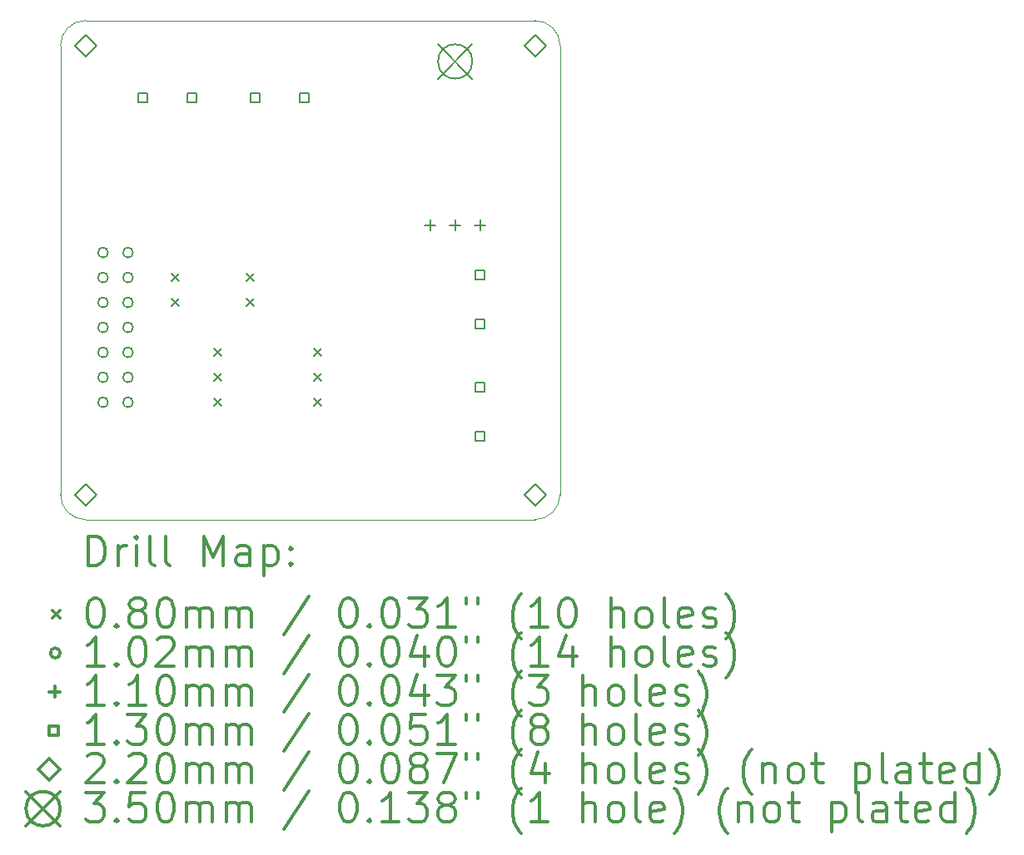
<source format=gbr>
%FSLAX45Y45*%
G04 Gerber Fmt 4.5, Leading zero omitted, Abs format (unit mm)*
G04 Created by KiCad (PCBNEW (5.1.2)-2) date 2019-08-11 20:23:40*
%MOMM*%
%LPD*%
G04 APERTURE LIST*
%ADD10C,0.050000*%
%ADD11C,0.200000*%
%ADD12C,0.300000*%
G04 APERTURE END LIST*
D10*
X11353800Y-4495800D02*
X15925800Y-4495800D01*
X16179800Y-4749800D02*
X16179800Y-9321800D01*
X11099800Y-4749800D02*
X11099800Y-9321800D01*
X11353800Y-9575800D02*
X15925800Y-9575800D01*
X11099800Y-4749800D02*
G75*
G02X11353800Y-4495800I254000J0D01*
G01*
X11353800Y-9575800D02*
G75*
G02X11099800Y-9321800I0J254000D01*
G01*
X16179800Y-9321800D02*
G75*
G02X15925800Y-9575800I-254000J0D01*
G01*
X15925800Y-4495800D02*
G75*
G02X16179800Y-4749800I0J-254000D01*
G01*
D11*
X12228200Y-7072000D02*
X12308200Y-7152000D01*
X12308200Y-7072000D02*
X12228200Y-7152000D01*
X12990200Y-7072000D02*
X13070200Y-7152000D01*
X13070200Y-7072000D02*
X12990200Y-7152000D01*
X12660000Y-7834000D02*
X12740000Y-7914000D01*
X12740000Y-7834000D02*
X12660000Y-7914000D01*
X12660000Y-8088000D02*
X12740000Y-8168000D01*
X12740000Y-8088000D02*
X12660000Y-8168000D01*
X12660000Y-8342000D02*
X12740000Y-8422000D01*
X12740000Y-8342000D02*
X12660000Y-8422000D01*
X13676000Y-7834000D02*
X13756000Y-7914000D01*
X13756000Y-7834000D02*
X13676000Y-7914000D01*
X13676000Y-8088000D02*
X13756000Y-8168000D01*
X13756000Y-8088000D02*
X13676000Y-8168000D01*
X13676000Y-8342000D02*
X13756000Y-8422000D01*
X13756000Y-8342000D02*
X13676000Y-8422000D01*
X12228200Y-7326000D02*
X12308200Y-7406000D01*
X12308200Y-7326000D02*
X12228200Y-7406000D01*
X12990200Y-7326000D02*
X13070200Y-7406000D01*
X13070200Y-7326000D02*
X12990200Y-7406000D01*
X11582400Y-6858000D02*
G75*
G03X11582400Y-6858000I-50800J0D01*
G01*
X11582400Y-7112000D02*
G75*
G03X11582400Y-7112000I-50800J0D01*
G01*
X11582400Y-7366000D02*
G75*
G03X11582400Y-7366000I-50800J0D01*
G01*
X11582400Y-7620000D02*
G75*
G03X11582400Y-7620000I-50800J0D01*
G01*
X11582400Y-7874000D02*
G75*
G03X11582400Y-7874000I-50800J0D01*
G01*
X11582400Y-8128000D02*
G75*
G03X11582400Y-8128000I-50800J0D01*
G01*
X11582400Y-8382000D02*
G75*
G03X11582400Y-8382000I-50800J0D01*
G01*
X11836400Y-6858000D02*
G75*
G03X11836400Y-6858000I-50800J0D01*
G01*
X11836400Y-7112000D02*
G75*
G03X11836400Y-7112000I-50800J0D01*
G01*
X11836400Y-7366000D02*
G75*
G03X11836400Y-7366000I-50800J0D01*
G01*
X11836400Y-7620000D02*
G75*
G03X11836400Y-7620000I-50800J0D01*
G01*
X11836400Y-7874000D02*
G75*
G03X11836400Y-7874000I-50800J0D01*
G01*
X11836400Y-8128000D02*
G75*
G03X11836400Y-8128000I-50800J0D01*
G01*
X11836400Y-8382000D02*
G75*
G03X11836400Y-8382000I-50800J0D01*
G01*
X14859000Y-6523600D02*
X14859000Y-6633600D01*
X14804000Y-6578600D02*
X14914000Y-6578600D01*
X15113000Y-6523600D02*
X15113000Y-6633600D01*
X15058000Y-6578600D02*
X15168000Y-6578600D01*
X15367000Y-6523600D02*
X15367000Y-6633600D01*
X15312000Y-6578600D02*
X15422000Y-6578600D01*
X15412962Y-8275562D02*
X15412962Y-8183638D01*
X15321038Y-8183638D01*
X15321038Y-8275562D01*
X15412962Y-8275562D01*
X15412962Y-8775562D02*
X15412962Y-8683638D01*
X15321038Y-8683638D01*
X15321038Y-8775562D01*
X15412962Y-8775562D01*
X11983962Y-5329162D02*
X11983962Y-5237238D01*
X11892038Y-5237238D01*
X11892038Y-5329162D01*
X11983962Y-5329162D01*
X12483962Y-5329162D02*
X12483962Y-5237238D01*
X12392038Y-5237238D01*
X12392038Y-5329162D01*
X12483962Y-5329162D01*
X15412962Y-7132562D02*
X15412962Y-7040638D01*
X15321038Y-7040638D01*
X15321038Y-7132562D01*
X15412962Y-7132562D01*
X15412962Y-7632562D02*
X15412962Y-7540638D01*
X15321038Y-7540638D01*
X15321038Y-7632562D01*
X15412962Y-7632562D01*
X13126962Y-5329162D02*
X13126962Y-5237238D01*
X13035038Y-5237238D01*
X13035038Y-5329162D01*
X13126962Y-5329162D01*
X13626962Y-5329162D02*
X13626962Y-5237238D01*
X13535038Y-5237238D01*
X13535038Y-5329162D01*
X13626962Y-5329162D01*
X15925800Y-9431800D02*
X16035800Y-9321800D01*
X15925800Y-9211800D01*
X15815800Y-9321800D01*
X15925800Y-9431800D01*
X11353800Y-9431800D02*
X11463800Y-9321800D01*
X11353800Y-9211800D01*
X11243800Y-9321800D01*
X11353800Y-9431800D01*
X15925800Y-4859800D02*
X16035800Y-4749800D01*
X15925800Y-4639800D01*
X15815800Y-4749800D01*
X15925800Y-4859800D01*
X11353800Y-4859800D02*
X11463800Y-4749800D01*
X11353800Y-4639800D01*
X11243800Y-4749800D01*
X11353800Y-4859800D01*
X14938000Y-4737600D02*
X15288000Y-5087600D01*
X15288000Y-4737600D02*
X14938000Y-5087600D01*
X15288000Y-4912600D02*
G75*
G03X15288000Y-4912600I-175000J0D01*
G01*
D12*
X11383728Y-10044014D02*
X11383728Y-9744014D01*
X11455157Y-9744014D01*
X11498014Y-9758300D01*
X11526586Y-9786872D01*
X11540871Y-9815443D01*
X11555157Y-9872586D01*
X11555157Y-9915443D01*
X11540871Y-9972586D01*
X11526586Y-10001157D01*
X11498014Y-10029729D01*
X11455157Y-10044014D01*
X11383728Y-10044014D01*
X11683728Y-10044014D02*
X11683728Y-9844014D01*
X11683728Y-9901157D02*
X11698014Y-9872586D01*
X11712300Y-9858300D01*
X11740871Y-9844014D01*
X11769443Y-9844014D01*
X11869443Y-10044014D02*
X11869443Y-9844014D01*
X11869443Y-9744014D02*
X11855157Y-9758300D01*
X11869443Y-9772586D01*
X11883728Y-9758300D01*
X11869443Y-9744014D01*
X11869443Y-9772586D01*
X12055157Y-10044014D02*
X12026586Y-10029729D01*
X12012300Y-10001157D01*
X12012300Y-9744014D01*
X12212300Y-10044014D02*
X12183728Y-10029729D01*
X12169443Y-10001157D01*
X12169443Y-9744014D01*
X12555157Y-10044014D02*
X12555157Y-9744014D01*
X12655157Y-9958300D01*
X12755157Y-9744014D01*
X12755157Y-10044014D01*
X13026586Y-10044014D02*
X13026586Y-9886872D01*
X13012300Y-9858300D01*
X12983728Y-9844014D01*
X12926586Y-9844014D01*
X12898014Y-9858300D01*
X13026586Y-10029729D02*
X12998014Y-10044014D01*
X12926586Y-10044014D01*
X12898014Y-10029729D01*
X12883728Y-10001157D01*
X12883728Y-9972586D01*
X12898014Y-9944014D01*
X12926586Y-9929729D01*
X12998014Y-9929729D01*
X13026586Y-9915443D01*
X13169443Y-9844014D02*
X13169443Y-10144014D01*
X13169443Y-9858300D02*
X13198014Y-9844014D01*
X13255157Y-9844014D01*
X13283728Y-9858300D01*
X13298014Y-9872586D01*
X13312300Y-9901157D01*
X13312300Y-9986872D01*
X13298014Y-10015443D01*
X13283728Y-10029729D01*
X13255157Y-10044014D01*
X13198014Y-10044014D01*
X13169443Y-10029729D01*
X13440871Y-10015443D02*
X13455157Y-10029729D01*
X13440871Y-10044014D01*
X13426586Y-10029729D01*
X13440871Y-10015443D01*
X13440871Y-10044014D01*
X13440871Y-9858300D02*
X13455157Y-9872586D01*
X13440871Y-9886872D01*
X13426586Y-9872586D01*
X13440871Y-9858300D01*
X13440871Y-9886872D01*
X11017300Y-10498300D02*
X11097300Y-10578300D01*
X11097300Y-10498300D02*
X11017300Y-10578300D01*
X11440871Y-10374014D02*
X11469443Y-10374014D01*
X11498014Y-10388300D01*
X11512300Y-10402586D01*
X11526586Y-10431157D01*
X11540871Y-10488300D01*
X11540871Y-10559729D01*
X11526586Y-10616872D01*
X11512300Y-10645443D01*
X11498014Y-10659729D01*
X11469443Y-10674014D01*
X11440871Y-10674014D01*
X11412300Y-10659729D01*
X11398014Y-10645443D01*
X11383728Y-10616872D01*
X11369443Y-10559729D01*
X11369443Y-10488300D01*
X11383728Y-10431157D01*
X11398014Y-10402586D01*
X11412300Y-10388300D01*
X11440871Y-10374014D01*
X11669443Y-10645443D02*
X11683728Y-10659729D01*
X11669443Y-10674014D01*
X11655157Y-10659729D01*
X11669443Y-10645443D01*
X11669443Y-10674014D01*
X11855157Y-10502586D02*
X11826586Y-10488300D01*
X11812300Y-10474014D01*
X11798014Y-10445443D01*
X11798014Y-10431157D01*
X11812300Y-10402586D01*
X11826586Y-10388300D01*
X11855157Y-10374014D01*
X11912300Y-10374014D01*
X11940871Y-10388300D01*
X11955157Y-10402586D01*
X11969443Y-10431157D01*
X11969443Y-10445443D01*
X11955157Y-10474014D01*
X11940871Y-10488300D01*
X11912300Y-10502586D01*
X11855157Y-10502586D01*
X11826586Y-10516872D01*
X11812300Y-10531157D01*
X11798014Y-10559729D01*
X11798014Y-10616872D01*
X11812300Y-10645443D01*
X11826586Y-10659729D01*
X11855157Y-10674014D01*
X11912300Y-10674014D01*
X11940871Y-10659729D01*
X11955157Y-10645443D01*
X11969443Y-10616872D01*
X11969443Y-10559729D01*
X11955157Y-10531157D01*
X11940871Y-10516872D01*
X11912300Y-10502586D01*
X12155157Y-10374014D02*
X12183728Y-10374014D01*
X12212300Y-10388300D01*
X12226586Y-10402586D01*
X12240871Y-10431157D01*
X12255157Y-10488300D01*
X12255157Y-10559729D01*
X12240871Y-10616872D01*
X12226586Y-10645443D01*
X12212300Y-10659729D01*
X12183728Y-10674014D01*
X12155157Y-10674014D01*
X12126586Y-10659729D01*
X12112300Y-10645443D01*
X12098014Y-10616872D01*
X12083728Y-10559729D01*
X12083728Y-10488300D01*
X12098014Y-10431157D01*
X12112300Y-10402586D01*
X12126586Y-10388300D01*
X12155157Y-10374014D01*
X12383728Y-10674014D02*
X12383728Y-10474014D01*
X12383728Y-10502586D02*
X12398014Y-10488300D01*
X12426586Y-10474014D01*
X12469443Y-10474014D01*
X12498014Y-10488300D01*
X12512300Y-10516872D01*
X12512300Y-10674014D01*
X12512300Y-10516872D02*
X12526586Y-10488300D01*
X12555157Y-10474014D01*
X12598014Y-10474014D01*
X12626586Y-10488300D01*
X12640871Y-10516872D01*
X12640871Y-10674014D01*
X12783728Y-10674014D02*
X12783728Y-10474014D01*
X12783728Y-10502586D02*
X12798014Y-10488300D01*
X12826586Y-10474014D01*
X12869443Y-10474014D01*
X12898014Y-10488300D01*
X12912300Y-10516872D01*
X12912300Y-10674014D01*
X12912300Y-10516872D02*
X12926586Y-10488300D01*
X12955157Y-10474014D01*
X12998014Y-10474014D01*
X13026586Y-10488300D01*
X13040871Y-10516872D01*
X13040871Y-10674014D01*
X13626586Y-10359729D02*
X13369443Y-10745443D01*
X14012300Y-10374014D02*
X14040871Y-10374014D01*
X14069443Y-10388300D01*
X14083728Y-10402586D01*
X14098014Y-10431157D01*
X14112300Y-10488300D01*
X14112300Y-10559729D01*
X14098014Y-10616872D01*
X14083728Y-10645443D01*
X14069443Y-10659729D01*
X14040871Y-10674014D01*
X14012300Y-10674014D01*
X13983728Y-10659729D01*
X13969443Y-10645443D01*
X13955157Y-10616872D01*
X13940871Y-10559729D01*
X13940871Y-10488300D01*
X13955157Y-10431157D01*
X13969443Y-10402586D01*
X13983728Y-10388300D01*
X14012300Y-10374014D01*
X14240871Y-10645443D02*
X14255157Y-10659729D01*
X14240871Y-10674014D01*
X14226586Y-10659729D01*
X14240871Y-10645443D01*
X14240871Y-10674014D01*
X14440871Y-10374014D02*
X14469443Y-10374014D01*
X14498014Y-10388300D01*
X14512300Y-10402586D01*
X14526586Y-10431157D01*
X14540871Y-10488300D01*
X14540871Y-10559729D01*
X14526586Y-10616872D01*
X14512300Y-10645443D01*
X14498014Y-10659729D01*
X14469443Y-10674014D01*
X14440871Y-10674014D01*
X14412300Y-10659729D01*
X14398014Y-10645443D01*
X14383728Y-10616872D01*
X14369443Y-10559729D01*
X14369443Y-10488300D01*
X14383728Y-10431157D01*
X14398014Y-10402586D01*
X14412300Y-10388300D01*
X14440871Y-10374014D01*
X14640871Y-10374014D02*
X14826586Y-10374014D01*
X14726586Y-10488300D01*
X14769443Y-10488300D01*
X14798014Y-10502586D01*
X14812300Y-10516872D01*
X14826586Y-10545443D01*
X14826586Y-10616872D01*
X14812300Y-10645443D01*
X14798014Y-10659729D01*
X14769443Y-10674014D01*
X14683728Y-10674014D01*
X14655157Y-10659729D01*
X14640871Y-10645443D01*
X15112300Y-10674014D02*
X14940871Y-10674014D01*
X15026586Y-10674014D02*
X15026586Y-10374014D01*
X14998014Y-10416872D01*
X14969443Y-10445443D01*
X14940871Y-10459729D01*
X15226586Y-10374014D02*
X15226586Y-10431157D01*
X15340871Y-10374014D02*
X15340871Y-10431157D01*
X15783728Y-10788300D02*
X15769443Y-10774014D01*
X15740871Y-10731157D01*
X15726586Y-10702586D01*
X15712300Y-10659729D01*
X15698014Y-10588300D01*
X15698014Y-10531157D01*
X15712300Y-10459729D01*
X15726586Y-10416872D01*
X15740871Y-10388300D01*
X15769443Y-10345443D01*
X15783728Y-10331157D01*
X16055157Y-10674014D02*
X15883728Y-10674014D01*
X15969443Y-10674014D02*
X15969443Y-10374014D01*
X15940871Y-10416872D01*
X15912300Y-10445443D01*
X15883728Y-10459729D01*
X16240871Y-10374014D02*
X16269443Y-10374014D01*
X16298014Y-10388300D01*
X16312300Y-10402586D01*
X16326586Y-10431157D01*
X16340871Y-10488300D01*
X16340871Y-10559729D01*
X16326586Y-10616872D01*
X16312300Y-10645443D01*
X16298014Y-10659729D01*
X16269443Y-10674014D01*
X16240871Y-10674014D01*
X16212300Y-10659729D01*
X16198014Y-10645443D01*
X16183728Y-10616872D01*
X16169443Y-10559729D01*
X16169443Y-10488300D01*
X16183728Y-10431157D01*
X16198014Y-10402586D01*
X16212300Y-10388300D01*
X16240871Y-10374014D01*
X16698014Y-10674014D02*
X16698014Y-10374014D01*
X16826586Y-10674014D02*
X16826586Y-10516872D01*
X16812300Y-10488300D01*
X16783728Y-10474014D01*
X16740871Y-10474014D01*
X16712300Y-10488300D01*
X16698014Y-10502586D01*
X17012300Y-10674014D02*
X16983728Y-10659729D01*
X16969443Y-10645443D01*
X16955157Y-10616872D01*
X16955157Y-10531157D01*
X16969443Y-10502586D01*
X16983728Y-10488300D01*
X17012300Y-10474014D01*
X17055157Y-10474014D01*
X17083728Y-10488300D01*
X17098014Y-10502586D01*
X17112300Y-10531157D01*
X17112300Y-10616872D01*
X17098014Y-10645443D01*
X17083728Y-10659729D01*
X17055157Y-10674014D01*
X17012300Y-10674014D01*
X17283728Y-10674014D02*
X17255157Y-10659729D01*
X17240871Y-10631157D01*
X17240871Y-10374014D01*
X17512300Y-10659729D02*
X17483728Y-10674014D01*
X17426586Y-10674014D01*
X17398014Y-10659729D01*
X17383728Y-10631157D01*
X17383728Y-10516872D01*
X17398014Y-10488300D01*
X17426586Y-10474014D01*
X17483728Y-10474014D01*
X17512300Y-10488300D01*
X17526586Y-10516872D01*
X17526586Y-10545443D01*
X17383728Y-10574014D01*
X17640871Y-10659729D02*
X17669443Y-10674014D01*
X17726586Y-10674014D01*
X17755157Y-10659729D01*
X17769443Y-10631157D01*
X17769443Y-10616872D01*
X17755157Y-10588300D01*
X17726586Y-10574014D01*
X17683728Y-10574014D01*
X17655157Y-10559729D01*
X17640871Y-10531157D01*
X17640871Y-10516872D01*
X17655157Y-10488300D01*
X17683728Y-10474014D01*
X17726586Y-10474014D01*
X17755157Y-10488300D01*
X17869443Y-10788300D02*
X17883728Y-10774014D01*
X17912300Y-10731157D01*
X17926586Y-10702586D01*
X17940871Y-10659729D01*
X17955157Y-10588300D01*
X17955157Y-10531157D01*
X17940871Y-10459729D01*
X17926586Y-10416872D01*
X17912300Y-10388300D01*
X17883728Y-10345443D01*
X17869443Y-10331157D01*
X11097300Y-10934300D02*
G75*
G03X11097300Y-10934300I-50800J0D01*
G01*
X11540871Y-11070014D02*
X11369443Y-11070014D01*
X11455157Y-11070014D02*
X11455157Y-10770014D01*
X11426586Y-10812872D01*
X11398014Y-10841443D01*
X11369443Y-10855729D01*
X11669443Y-11041443D02*
X11683728Y-11055729D01*
X11669443Y-11070014D01*
X11655157Y-11055729D01*
X11669443Y-11041443D01*
X11669443Y-11070014D01*
X11869443Y-10770014D02*
X11898014Y-10770014D01*
X11926586Y-10784300D01*
X11940871Y-10798586D01*
X11955157Y-10827157D01*
X11969443Y-10884300D01*
X11969443Y-10955729D01*
X11955157Y-11012872D01*
X11940871Y-11041443D01*
X11926586Y-11055729D01*
X11898014Y-11070014D01*
X11869443Y-11070014D01*
X11840871Y-11055729D01*
X11826586Y-11041443D01*
X11812300Y-11012872D01*
X11798014Y-10955729D01*
X11798014Y-10884300D01*
X11812300Y-10827157D01*
X11826586Y-10798586D01*
X11840871Y-10784300D01*
X11869443Y-10770014D01*
X12083728Y-10798586D02*
X12098014Y-10784300D01*
X12126586Y-10770014D01*
X12198014Y-10770014D01*
X12226586Y-10784300D01*
X12240871Y-10798586D01*
X12255157Y-10827157D01*
X12255157Y-10855729D01*
X12240871Y-10898586D01*
X12069443Y-11070014D01*
X12255157Y-11070014D01*
X12383728Y-11070014D02*
X12383728Y-10870014D01*
X12383728Y-10898586D02*
X12398014Y-10884300D01*
X12426586Y-10870014D01*
X12469443Y-10870014D01*
X12498014Y-10884300D01*
X12512300Y-10912872D01*
X12512300Y-11070014D01*
X12512300Y-10912872D02*
X12526586Y-10884300D01*
X12555157Y-10870014D01*
X12598014Y-10870014D01*
X12626586Y-10884300D01*
X12640871Y-10912872D01*
X12640871Y-11070014D01*
X12783728Y-11070014D02*
X12783728Y-10870014D01*
X12783728Y-10898586D02*
X12798014Y-10884300D01*
X12826586Y-10870014D01*
X12869443Y-10870014D01*
X12898014Y-10884300D01*
X12912300Y-10912872D01*
X12912300Y-11070014D01*
X12912300Y-10912872D02*
X12926586Y-10884300D01*
X12955157Y-10870014D01*
X12998014Y-10870014D01*
X13026586Y-10884300D01*
X13040871Y-10912872D01*
X13040871Y-11070014D01*
X13626586Y-10755729D02*
X13369443Y-11141443D01*
X14012300Y-10770014D02*
X14040871Y-10770014D01*
X14069443Y-10784300D01*
X14083728Y-10798586D01*
X14098014Y-10827157D01*
X14112300Y-10884300D01*
X14112300Y-10955729D01*
X14098014Y-11012872D01*
X14083728Y-11041443D01*
X14069443Y-11055729D01*
X14040871Y-11070014D01*
X14012300Y-11070014D01*
X13983728Y-11055729D01*
X13969443Y-11041443D01*
X13955157Y-11012872D01*
X13940871Y-10955729D01*
X13940871Y-10884300D01*
X13955157Y-10827157D01*
X13969443Y-10798586D01*
X13983728Y-10784300D01*
X14012300Y-10770014D01*
X14240871Y-11041443D02*
X14255157Y-11055729D01*
X14240871Y-11070014D01*
X14226586Y-11055729D01*
X14240871Y-11041443D01*
X14240871Y-11070014D01*
X14440871Y-10770014D02*
X14469443Y-10770014D01*
X14498014Y-10784300D01*
X14512300Y-10798586D01*
X14526586Y-10827157D01*
X14540871Y-10884300D01*
X14540871Y-10955729D01*
X14526586Y-11012872D01*
X14512300Y-11041443D01*
X14498014Y-11055729D01*
X14469443Y-11070014D01*
X14440871Y-11070014D01*
X14412300Y-11055729D01*
X14398014Y-11041443D01*
X14383728Y-11012872D01*
X14369443Y-10955729D01*
X14369443Y-10884300D01*
X14383728Y-10827157D01*
X14398014Y-10798586D01*
X14412300Y-10784300D01*
X14440871Y-10770014D01*
X14798014Y-10870014D02*
X14798014Y-11070014D01*
X14726586Y-10755729D02*
X14655157Y-10970014D01*
X14840871Y-10970014D01*
X15012300Y-10770014D02*
X15040871Y-10770014D01*
X15069443Y-10784300D01*
X15083728Y-10798586D01*
X15098014Y-10827157D01*
X15112300Y-10884300D01*
X15112300Y-10955729D01*
X15098014Y-11012872D01*
X15083728Y-11041443D01*
X15069443Y-11055729D01*
X15040871Y-11070014D01*
X15012300Y-11070014D01*
X14983728Y-11055729D01*
X14969443Y-11041443D01*
X14955157Y-11012872D01*
X14940871Y-10955729D01*
X14940871Y-10884300D01*
X14955157Y-10827157D01*
X14969443Y-10798586D01*
X14983728Y-10784300D01*
X15012300Y-10770014D01*
X15226586Y-10770014D02*
X15226586Y-10827157D01*
X15340871Y-10770014D02*
X15340871Y-10827157D01*
X15783728Y-11184300D02*
X15769443Y-11170014D01*
X15740871Y-11127157D01*
X15726586Y-11098586D01*
X15712300Y-11055729D01*
X15698014Y-10984300D01*
X15698014Y-10927157D01*
X15712300Y-10855729D01*
X15726586Y-10812872D01*
X15740871Y-10784300D01*
X15769443Y-10741443D01*
X15783728Y-10727157D01*
X16055157Y-11070014D02*
X15883728Y-11070014D01*
X15969443Y-11070014D02*
X15969443Y-10770014D01*
X15940871Y-10812872D01*
X15912300Y-10841443D01*
X15883728Y-10855729D01*
X16312300Y-10870014D02*
X16312300Y-11070014D01*
X16240871Y-10755729D02*
X16169443Y-10970014D01*
X16355157Y-10970014D01*
X16698014Y-11070014D02*
X16698014Y-10770014D01*
X16826586Y-11070014D02*
X16826586Y-10912872D01*
X16812300Y-10884300D01*
X16783728Y-10870014D01*
X16740871Y-10870014D01*
X16712300Y-10884300D01*
X16698014Y-10898586D01*
X17012300Y-11070014D02*
X16983728Y-11055729D01*
X16969443Y-11041443D01*
X16955157Y-11012872D01*
X16955157Y-10927157D01*
X16969443Y-10898586D01*
X16983728Y-10884300D01*
X17012300Y-10870014D01*
X17055157Y-10870014D01*
X17083728Y-10884300D01*
X17098014Y-10898586D01*
X17112300Y-10927157D01*
X17112300Y-11012872D01*
X17098014Y-11041443D01*
X17083728Y-11055729D01*
X17055157Y-11070014D01*
X17012300Y-11070014D01*
X17283728Y-11070014D02*
X17255157Y-11055729D01*
X17240871Y-11027157D01*
X17240871Y-10770014D01*
X17512300Y-11055729D02*
X17483728Y-11070014D01*
X17426586Y-11070014D01*
X17398014Y-11055729D01*
X17383728Y-11027157D01*
X17383728Y-10912872D01*
X17398014Y-10884300D01*
X17426586Y-10870014D01*
X17483728Y-10870014D01*
X17512300Y-10884300D01*
X17526586Y-10912872D01*
X17526586Y-10941443D01*
X17383728Y-10970014D01*
X17640871Y-11055729D02*
X17669443Y-11070014D01*
X17726586Y-11070014D01*
X17755157Y-11055729D01*
X17769443Y-11027157D01*
X17769443Y-11012872D01*
X17755157Y-10984300D01*
X17726586Y-10970014D01*
X17683728Y-10970014D01*
X17655157Y-10955729D01*
X17640871Y-10927157D01*
X17640871Y-10912872D01*
X17655157Y-10884300D01*
X17683728Y-10870014D01*
X17726586Y-10870014D01*
X17755157Y-10884300D01*
X17869443Y-11184300D02*
X17883728Y-11170014D01*
X17912300Y-11127157D01*
X17926586Y-11098586D01*
X17940871Y-11055729D01*
X17955157Y-10984300D01*
X17955157Y-10927157D01*
X17940871Y-10855729D01*
X17926586Y-10812872D01*
X17912300Y-10784300D01*
X17883728Y-10741443D01*
X17869443Y-10727157D01*
X11042300Y-11275300D02*
X11042300Y-11385300D01*
X10987300Y-11330300D02*
X11097300Y-11330300D01*
X11540871Y-11466014D02*
X11369443Y-11466014D01*
X11455157Y-11466014D02*
X11455157Y-11166014D01*
X11426586Y-11208871D01*
X11398014Y-11237443D01*
X11369443Y-11251729D01*
X11669443Y-11437443D02*
X11683728Y-11451729D01*
X11669443Y-11466014D01*
X11655157Y-11451729D01*
X11669443Y-11437443D01*
X11669443Y-11466014D01*
X11969443Y-11466014D02*
X11798014Y-11466014D01*
X11883728Y-11466014D02*
X11883728Y-11166014D01*
X11855157Y-11208871D01*
X11826586Y-11237443D01*
X11798014Y-11251729D01*
X12155157Y-11166014D02*
X12183728Y-11166014D01*
X12212300Y-11180300D01*
X12226586Y-11194586D01*
X12240871Y-11223157D01*
X12255157Y-11280300D01*
X12255157Y-11351729D01*
X12240871Y-11408871D01*
X12226586Y-11437443D01*
X12212300Y-11451729D01*
X12183728Y-11466014D01*
X12155157Y-11466014D01*
X12126586Y-11451729D01*
X12112300Y-11437443D01*
X12098014Y-11408871D01*
X12083728Y-11351729D01*
X12083728Y-11280300D01*
X12098014Y-11223157D01*
X12112300Y-11194586D01*
X12126586Y-11180300D01*
X12155157Y-11166014D01*
X12383728Y-11466014D02*
X12383728Y-11266014D01*
X12383728Y-11294586D02*
X12398014Y-11280300D01*
X12426586Y-11266014D01*
X12469443Y-11266014D01*
X12498014Y-11280300D01*
X12512300Y-11308871D01*
X12512300Y-11466014D01*
X12512300Y-11308871D02*
X12526586Y-11280300D01*
X12555157Y-11266014D01*
X12598014Y-11266014D01*
X12626586Y-11280300D01*
X12640871Y-11308871D01*
X12640871Y-11466014D01*
X12783728Y-11466014D02*
X12783728Y-11266014D01*
X12783728Y-11294586D02*
X12798014Y-11280300D01*
X12826586Y-11266014D01*
X12869443Y-11266014D01*
X12898014Y-11280300D01*
X12912300Y-11308871D01*
X12912300Y-11466014D01*
X12912300Y-11308871D02*
X12926586Y-11280300D01*
X12955157Y-11266014D01*
X12998014Y-11266014D01*
X13026586Y-11280300D01*
X13040871Y-11308871D01*
X13040871Y-11466014D01*
X13626586Y-11151729D02*
X13369443Y-11537443D01*
X14012300Y-11166014D02*
X14040871Y-11166014D01*
X14069443Y-11180300D01*
X14083728Y-11194586D01*
X14098014Y-11223157D01*
X14112300Y-11280300D01*
X14112300Y-11351729D01*
X14098014Y-11408871D01*
X14083728Y-11437443D01*
X14069443Y-11451729D01*
X14040871Y-11466014D01*
X14012300Y-11466014D01*
X13983728Y-11451729D01*
X13969443Y-11437443D01*
X13955157Y-11408871D01*
X13940871Y-11351729D01*
X13940871Y-11280300D01*
X13955157Y-11223157D01*
X13969443Y-11194586D01*
X13983728Y-11180300D01*
X14012300Y-11166014D01*
X14240871Y-11437443D02*
X14255157Y-11451729D01*
X14240871Y-11466014D01*
X14226586Y-11451729D01*
X14240871Y-11437443D01*
X14240871Y-11466014D01*
X14440871Y-11166014D02*
X14469443Y-11166014D01*
X14498014Y-11180300D01*
X14512300Y-11194586D01*
X14526586Y-11223157D01*
X14540871Y-11280300D01*
X14540871Y-11351729D01*
X14526586Y-11408871D01*
X14512300Y-11437443D01*
X14498014Y-11451729D01*
X14469443Y-11466014D01*
X14440871Y-11466014D01*
X14412300Y-11451729D01*
X14398014Y-11437443D01*
X14383728Y-11408871D01*
X14369443Y-11351729D01*
X14369443Y-11280300D01*
X14383728Y-11223157D01*
X14398014Y-11194586D01*
X14412300Y-11180300D01*
X14440871Y-11166014D01*
X14798014Y-11266014D02*
X14798014Y-11466014D01*
X14726586Y-11151729D02*
X14655157Y-11366014D01*
X14840871Y-11366014D01*
X14926586Y-11166014D02*
X15112300Y-11166014D01*
X15012300Y-11280300D01*
X15055157Y-11280300D01*
X15083728Y-11294586D01*
X15098014Y-11308871D01*
X15112300Y-11337443D01*
X15112300Y-11408871D01*
X15098014Y-11437443D01*
X15083728Y-11451729D01*
X15055157Y-11466014D01*
X14969443Y-11466014D01*
X14940871Y-11451729D01*
X14926586Y-11437443D01*
X15226586Y-11166014D02*
X15226586Y-11223157D01*
X15340871Y-11166014D02*
X15340871Y-11223157D01*
X15783728Y-11580300D02*
X15769443Y-11566014D01*
X15740871Y-11523157D01*
X15726586Y-11494586D01*
X15712300Y-11451729D01*
X15698014Y-11380300D01*
X15698014Y-11323157D01*
X15712300Y-11251729D01*
X15726586Y-11208871D01*
X15740871Y-11180300D01*
X15769443Y-11137443D01*
X15783728Y-11123157D01*
X15869443Y-11166014D02*
X16055157Y-11166014D01*
X15955157Y-11280300D01*
X15998014Y-11280300D01*
X16026586Y-11294586D01*
X16040871Y-11308871D01*
X16055157Y-11337443D01*
X16055157Y-11408871D01*
X16040871Y-11437443D01*
X16026586Y-11451729D01*
X15998014Y-11466014D01*
X15912300Y-11466014D01*
X15883728Y-11451729D01*
X15869443Y-11437443D01*
X16412300Y-11466014D02*
X16412300Y-11166014D01*
X16540871Y-11466014D02*
X16540871Y-11308871D01*
X16526586Y-11280300D01*
X16498014Y-11266014D01*
X16455157Y-11266014D01*
X16426586Y-11280300D01*
X16412300Y-11294586D01*
X16726586Y-11466014D02*
X16698014Y-11451729D01*
X16683728Y-11437443D01*
X16669443Y-11408871D01*
X16669443Y-11323157D01*
X16683728Y-11294586D01*
X16698014Y-11280300D01*
X16726586Y-11266014D01*
X16769443Y-11266014D01*
X16798014Y-11280300D01*
X16812300Y-11294586D01*
X16826586Y-11323157D01*
X16826586Y-11408871D01*
X16812300Y-11437443D01*
X16798014Y-11451729D01*
X16769443Y-11466014D01*
X16726586Y-11466014D01*
X16998014Y-11466014D02*
X16969443Y-11451729D01*
X16955157Y-11423157D01*
X16955157Y-11166014D01*
X17226586Y-11451729D02*
X17198014Y-11466014D01*
X17140871Y-11466014D01*
X17112300Y-11451729D01*
X17098014Y-11423157D01*
X17098014Y-11308871D01*
X17112300Y-11280300D01*
X17140871Y-11266014D01*
X17198014Y-11266014D01*
X17226586Y-11280300D01*
X17240871Y-11308871D01*
X17240871Y-11337443D01*
X17098014Y-11366014D01*
X17355157Y-11451729D02*
X17383728Y-11466014D01*
X17440871Y-11466014D01*
X17469443Y-11451729D01*
X17483728Y-11423157D01*
X17483728Y-11408871D01*
X17469443Y-11380300D01*
X17440871Y-11366014D01*
X17398014Y-11366014D01*
X17369443Y-11351729D01*
X17355157Y-11323157D01*
X17355157Y-11308871D01*
X17369443Y-11280300D01*
X17398014Y-11266014D01*
X17440871Y-11266014D01*
X17469443Y-11280300D01*
X17583728Y-11580300D02*
X17598014Y-11566014D01*
X17626586Y-11523157D01*
X17640871Y-11494586D01*
X17655157Y-11451729D01*
X17669443Y-11380300D01*
X17669443Y-11323157D01*
X17655157Y-11251729D01*
X17640871Y-11208871D01*
X17626586Y-11180300D01*
X17598014Y-11137443D01*
X17583728Y-11123157D01*
X11078262Y-11772262D02*
X11078262Y-11680338D01*
X10986338Y-11680338D01*
X10986338Y-11772262D01*
X11078262Y-11772262D01*
X11540871Y-11862014D02*
X11369443Y-11862014D01*
X11455157Y-11862014D02*
X11455157Y-11562014D01*
X11426586Y-11604871D01*
X11398014Y-11633443D01*
X11369443Y-11647729D01*
X11669443Y-11833443D02*
X11683728Y-11847729D01*
X11669443Y-11862014D01*
X11655157Y-11847729D01*
X11669443Y-11833443D01*
X11669443Y-11862014D01*
X11783728Y-11562014D02*
X11969443Y-11562014D01*
X11869443Y-11676300D01*
X11912300Y-11676300D01*
X11940871Y-11690586D01*
X11955157Y-11704871D01*
X11969443Y-11733443D01*
X11969443Y-11804871D01*
X11955157Y-11833443D01*
X11940871Y-11847729D01*
X11912300Y-11862014D01*
X11826586Y-11862014D01*
X11798014Y-11847729D01*
X11783728Y-11833443D01*
X12155157Y-11562014D02*
X12183728Y-11562014D01*
X12212300Y-11576300D01*
X12226586Y-11590586D01*
X12240871Y-11619157D01*
X12255157Y-11676300D01*
X12255157Y-11747729D01*
X12240871Y-11804871D01*
X12226586Y-11833443D01*
X12212300Y-11847729D01*
X12183728Y-11862014D01*
X12155157Y-11862014D01*
X12126586Y-11847729D01*
X12112300Y-11833443D01*
X12098014Y-11804871D01*
X12083728Y-11747729D01*
X12083728Y-11676300D01*
X12098014Y-11619157D01*
X12112300Y-11590586D01*
X12126586Y-11576300D01*
X12155157Y-11562014D01*
X12383728Y-11862014D02*
X12383728Y-11662014D01*
X12383728Y-11690586D02*
X12398014Y-11676300D01*
X12426586Y-11662014D01*
X12469443Y-11662014D01*
X12498014Y-11676300D01*
X12512300Y-11704871D01*
X12512300Y-11862014D01*
X12512300Y-11704871D02*
X12526586Y-11676300D01*
X12555157Y-11662014D01*
X12598014Y-11662014D01*
X12626586Y-11676300D01*
X12640871Y-11704871D01*
X12640871Y-11862014D01*
X12783728Y-11862014D02*
X12783728Y-11662014D01*
X12783728Y-11690586D02*
X12798014Y-11676300D01*
X12826586Y-11662014D01*
X12869443Y-11662014D01*
X12898014Y-11676300D01*
X12912300Y-11704871D01*
X12912300Y-11862014D01*
X12912300Y-11704871D02*
X12926586Y-11676300D01*
X12955157Y-11662014D01*
X12998014Y-11662014D01*
X13026586Y-11676300D01*
X13040871Y-11704871D01*
X13040871Y-11862014D01*
X13626586Y-11547729D02*
X13369443Y-11933443D01*
X14012300Y-11562014D02*
X14040871Y-11562014D01*
X14069443Y-11576300D01*
X14083728Y-11590586D01*
X14098014Y-11619157D01*
X14112300Y-11676300D01*
X14112300Y-11747729D01*
X14098014Y-11804871D01*
X14083728Y-11833443D01*
X14069443Y-11847729D01*
X14040871Y-11862014D01*
X14012300Y-11862014D01*
X13983728Y-11847729D01*
X13969443Y-11833443D01*
X13955157Y-11804871D01*
X13940871Y-11747729D01*
X13940871Y-11676300D01*
X13955157Y-11619157D01*
X13969443Y-11590586D01*
X13983728Y-11576300D01*
X14012300Y-11562014D01*
X14240871Y-11833443D02*
X14255157Y-11847729D01*
X14240871Y-11862014D01*
X14226586Y-11847729D01*
X14240871Y-11833443D01*
X14240871Y-11862014D01*
X14440871Y-11562014D02*
X14469443Y-11562014D01*
X14498014Y-11576300D01*
X14512300Y-11590586D01*
X14526586Y-11619157D01*
X14540871Y-11676300D01*
X14540871Y-11747729D01*
X14526586Y-11804871D01*
X14512300Y-11833443D01*
X14498014Y-11847729D01*
X14469443Y-11862014D01*
X14440871Y-11862014D01*
X14412300Y-11847729D01*
X14398014Y-11833443D01*
X14383728Y-11804871D01*
X14369443Y-11747729D01*
X14369443Y-11676300D01*
X14383728Y-11619157D01*
X14398014Y-11590586D01*
X14412300Y-11576300D01*
X14440871Y-11562014D01*
X14812300Y-11562014D02*
X14669443Y-11562014D01*
X14655157Y-11704871D01*
X14669443Y-11690586D01*
X14698014Y-11676300D01*
X14769443Y-11676300D01*
X14798014Y-11690586D01*
X14812300Y-11704871D01*
X14826586Y-11733443D01*
X14826586Y-11804871D01*
X14812300Y-11833443D01*
X14798014Y-11847729D01*
X14769443Y-11862014D01*
X14698014Y-11862014D01*
X14669443Y-11847729D01*
X14655157Y-11833443D01*
X15112300Y-11862014D02*
X14940871Y-11862014D01*
X15026586Y-11862014D02*
X15026586Y-11562014D01*
X14998014Y-11604871D01*
X14969443Y-11633443D01*
X14940871Y-11647729D01*
X15226586Y-11562014D02*
X15226586Y-11619157D01*
X15340871Y-11562014D02*
X15340871Y-11619157D01*
X15783728Y-11976300D02*
X15769443Y-11962014D01*
X15740871Y-11919157D01*
X15726586Y-11890586D01*
X15712300Y-11847729D01*
X15698014Y-11776300D01*
X15698014Y-11719157D01*
X15712300Y-11647729D01*
X15726586Y-11604871D01*
X15740871Y-11576300D01*
X15769443Y-11533443D01*
X15783728Y-11519157D01*
X15940871Y-11690586D02*
X15912300Y-11676300D01*
X15898014Y-11662014D01*
X15883728Y-11633443D01*
X15883728Y-11619157D01*
X15898014Y-11590586D01*
X15912300Y-11576300D01*
X15940871Y-11562014D01*
X15998014Y-11562014D01*
X16026586Y-11576300D01*
X16040871Y-11590586D01*
X16055157Y-11619157D01*
X16055157Y-11633443D01*
X16040871Y-11662014D01*
X16026586Y-11676300D01*
X15998014Y-11690586D01*
X15940871Y-11690586D01*
X15912300Y-11704871D01*
X15898014Y-11719157D01*
X15883728Y-11747729D01*
X15883728Y-11804871D01*
X15898014Y-11833443D01*
X15912300Y-11847729D01*
X15940871Y-11862014D01*
X15998014Y-11862014D01*
X16026586Y-11847729D01*
X16040871Y-11833443D01*
X16055157Y-11804871D01*
X16055157Y-11747729D01*
X16040871Y-11719157D01*
X16026586Y-11704871D01*
X15998014Y-11690586D01*
X16412300Y-11862014D02*
X16412300Y-11562014D01*
X16540871Y-11862014D02*
X16540871Y-11704871D01*
X16526586Y-11676300D01*
X16498014Y-11662014D01*
X16455157Y-11662014D01*
X16426586Y-11676300D01*
X16412300Y-11690586D01*
X16726586Y-11862014D02*
X16698014Y-11847729D01*
X16683728Y-11833443D01*
X16669443Y-11804871D01*
X16669443Y-11719157D01*
X16683728Y-11690586D01*
X16698014Y-11676300D01*
X16726586Y-11662014D01*
X16769443Y-11662014D01*
X16798014Y-11676300D01*
X16812300Y-11690586D01*
X16826586Y-11719157D01*
X16826586Y-11804871D01*
X16812300Y-11833443D01*
X16798014Y-11847729D01*
X16769443Y-11862014D01*
X16726586Y-11862014D01*
X16998014Y-11862014D02*
X16969443Y-11847729D01*
X16955157Y-11819157D01*
X16955157Y-11562014D01*
X17226586Y-11847729D02*
X17198014Y-11862014D01*
X17140871Y-11862014D01*
X17112300Y-11847729D01*
X17098014Y-11819157D01*
X17098014Y-11704871D01*
X17112300Y-11676300D01*
X17140871Y-11662014D01*
X17198014Y-11662014D01*
X17226586Y-11676300D01*
X17240871Y-11704871D01*
X17240871Y-11733443D01*
X17098014Y-11762014D01*
X17355157Y-11847729D02*
X17383728Y-11862014D01*
X17440871Y-11862014D01*
X17469443Y-11847729D01*
X17483728Y-11819157D01*
X17483728Y-11804871D01*
X17469443Y-11776300D01*
X17440871Y-11762014D01*
X17398014Y-11762014D01*
X17369443Y-11747729D01*
X17355157Y-11719157D01*
X17355157Y-11704871D01*
X17369443Y-11676300D01*
X17398014Y-11662014D01*
X17440871Y-11662014D01*
X17469443Y-11676300D01*
X17583728Y-11976300D02*
X17598014Y-11962014D01*
X17626586Y-11919157D01*
X17640871Y-11890586D01*
X17655157Y-11847729D01*
X17669443Y-11776300D01*
X17669443Y-11719157D01*
X17655157Y-11647729D01*
X17640871Y-11604871D01*
X17626586Y-11576300D01*
X17598014Y-11533443D01*
X17583728Y-11519157D01*
X10987300Y-12232300D02*
X11097300Y-12122300D01*
X10987300Y-12012300D01*
X10877300Y-12122300D01*
X10987300Y-12232300D01*
X11369443Y-11986586D02*
X11383728Y-11972300D01*
X11412300Y-11958014D01*
X11483728Y-11958014D01*
X11512300Y-11972300D01*
X11526586Y-11986586D01*
X11540871Y-12015157D01*
X11540871Y-12043729D01*
X11526586Y-12086586D01*
X11355157Y-12258014D01*
X11540871Y-12258014D01*
X11669443Y-12229443D02*
X11683728Y-12243729D01*
X11669443Y-12258014D01*
X11655157Y-12243729D01*
X11669443Y-12229443D01*
X11669443Y-12258014D01*
X11798014Y-11986586D02*
X11812300Y-11972300D01*
X11840871Y-11958014D01*
X11912300Y-11958014D01*
X11940871Y-11972300D01*
X11955157Y-11986586D01*
X11969443Y-12015157D01*
X11969443Y-12043729D01*
X11955157Y-12086586D01*
X11783728Y-12258014D01*
X11969443Y-12258014D01*
X12155157Y-11958014D02*
X12183728Y-11958014D01*
X12212300Y-11972300D01*
X12226586Y-11986586D01*
X12240871Y-12015157D01*
X12255157Y-12072300D01*
X12255157Y-12143729D01*
X12240871Y-12200871D01*
X12226586Y-12229443D01*
X12212300Y-12243729D01*
X12183728Y-12258014D01*
X12155157Y-12258014D01*
X12126586Y-12243729D01*
X12112300Y-12229443D01*
X12098014Y-12200871D01*
X12083728Y-12143729D01*
X12083728Y-12072300D01*
X12098014Y-12015157D01*
X12112300Y-11986586D01*
X12126586Y-11972300D01*
X12155157Y-11958014D01*
X12383728Y-12258014D02*
X12383728Y-12058014D01*
X12383728Y-12086586D02*
X12398014Y-12072300D01*
X12426586Y-12058014D01*
X12469443Y-12058014D01*
X12498014Y-12072300D01*
X12512300Y-12100871D01*
X12512300Y-12258014D01*
X12512300Y-12100871D02*
X12526586Y-12072300D01*
X12555157Y-12058014D01*
X12598014Y-12058014D01*
X12626586Y-12072300D01*
X12640871Y-12100871D01*
X12640871Y-12258014D01*
X12783728Y-12258014D02*
X12783728Y-12058014D01*
X12783728Y-12086586D02*
X12798014Y-12072300D01*
X12826586Y-12058014D01*
X12869443Y-12058014D01*
X12898014Y-12072300D01*
X12912300Y-12100871D01*
X12912300Y-12258014D01*
X12912300Y-12100871D02*
X12926586Y-12072300D01*
X12955157Y-12058014D01*
X12998014Y-12058014D01*
X13026586Y-12072300D01*
X13040871Y-12100871D01*
X13040871Y-12258014D01*
X13626586Y-11943729D02*
X13369443Y-12329443D01*
X14012300Y-11958014D02*
X14040871Y-11958014D01*
X14069443Y-11972300D01*
X14083728Y-11986586D01*
X14098014Y-12015157D01*
X14112300Y-12072300D01*
X14112300Y-12143729D01*
X14098014Y-12200871D01*
X14083728Y-12229443D01*
X14069443Y-12243729D01*
X14040871Y-12258014D01*
X14012300Y-12258014D01*
X13983728Y-12243729D01*
X13969443Y-12229443D01*
X13955157Y-12200871D01*
X13940871Y-12143729D01*
X13940871Y-12072300D01*
X13955157Y-12015157D01*
X13969443Y-11986586D01*
X13983728Y-11972300D01*
X14012300Y-11958014D01*
X14240871Y-12229443D02*
X14255157Y-12243729D01*
X14240871Y-12258014D01*
X14226586Y-12243729D01*
X14240871Y-12229443D01*
X14240871Y-12258014D01*
X14440871Y-11958014D02*
X14469443Y-11958014D01*
X14498014Y-11972300D01*
X14512300Y-11986586D01*
X14526586Y-12015157D01*
X14540871Y-12072300D01*
X14540871Y-12143729D01*
X14526586Y-12200871D01*
X14512300Y-12229443D01*
X14498014Y-12243729D01*
X14469443Y-12258014D01*
X14440871Y-12258014D01*
X14412300Y-12243729D01*
X14398014Y-12229443D01*
X14383728Y-12200871D01*
X14369443Y-12143729D01*
X14369443Y-12072300D01*
X14383728Y-12015157D01*
X14398014Y-11986586D01*
X14412300Y-11972300D01*
X14440871Y-11958014D01*
X14712300Y-12086586D02*
X14683728Y-12072300D01*
X14669443Y-12058014D01*
X14655157Y-12029443D01*
X14655157Y-12015157D01*
X14669443Y-11986586D01*
X14683728Y-11972300D01*
X14712300Y-11958014D01*
X14769443Y-11958014D01*
X14798014Y-11972300D01*
X14812300Y-11986586D01*
X14826586Y-12015157D01*
X14826586Y-12029443D01*
X14812300Y-12058014D01*
X14798014Y-12072300D01*
X14769443Y-12086586D01*
X14712300Y-12086586D01*
X14683728Y-12100871D01*
X14669443Y-12115157D01*
X14655157Y-12143729D01*
X14655157Y-12200871D01*
X14669443Y-12229443D01*
X14683728Y-12243729D01*
X14712300Y-12258014D01*
X14769443Y-12258014D01*
X14798014Y-12243729D01*
X14812300Y-12229443D01*
X14826586Y-12200871D01*
X14826586Y-12143729D01*
X14812300Y-12115157D01*
X14798014Y-12100871D01*
X14769443Y-12086586D01*
X14926586Y-11958014D02*
X15126586Y-11958014D01*
X14998014Y-12258014D01*
X15226586Y-11958014D02*
X15226586Y-12015157D01*
X15340871Y-11958014D02*
X15340871Y-12015157D01*
X15783728Y-12372300D02*
X15769443Y-12358014D01*
X15740871Y-12315157D01*
X15726586Y-12286586D01*
X15712300Y-12243729D01*
X15698014Y-12172300D01*
X15698014Y-12115157D01*
X15712300Y-12043729D01*
X15726586Y-12000871D01*
X15740871Y-11972300D01*
X15769443Y-11929443D01*
X15783728Y-11915157D01*
X16026586Y-12058014D02*
X16026586Y-12258014D01*
X15955157Y-11943729D02*
X15883728Y-12158014D01*
X16069443Y-12158014D01*
X16412300Y-12258014D02*
X16412300Y-11958014D01*
X16540871Y-12258014D02*
X16540871Y-12100871D01*
X16526586Y-12072300D01*
X16498014Y-12058014D01*
X16455157Y-12058014D01*
X16426586Y-12072300D01*
X16412300Y-12086586D01*
X16726586Y-12258014D02*
X16698014Y-12243729D01*
X16683728Y-12229443D01*
X16669443Y-12200871D01*
X16669443Y-12115157D01*
X16683728Y-12086586D01*
X16698014Y-12072300D01*
X16726586Y-12058014D01*
X16769443Y-12058014D01*
X16798014Y-12072300D01*
X16812300Y-12086586D01*
X16826586Y-12115157D01*
X16826586Y-12200871D01*
X16812300Y-12229443D01*
X16798014Y-12243729D01*
X16769443Y-12258014D01*
X16726586Y-12258014D01*
X16998014Y-12258014D02*
X16969443Y-12243729D01*
X16955157Y-12215157D01*
X16955157Y-11958014D01*
X17226586Y-12243729D02*
X17198014Y-12258014D01*
X17140871Y-12258014D01*
X17112300Y-12243729D01*
X17098014Y-12215157D01*
X17098014Y-12100871D01*
X17112300Y-12072300D01*
X17140871Y-12058014D01*
X17198014Y-12058014D01*
X17226586Y-12072300D01*
X17240871Y-12100871D01*
X17240871Y-12129443D01*
X17098014Y-12158014D01*
X17355157Y-12243729D02*
X17383728Y-12258014D01*
X17440871Y-12258014D01*
X17469443Y-12243729D01*
X17483728Y-12215157D01*
X17483728Y-12200871D01*
X17469443Y-12172300D01*
X17440871Y-12158014D01*
X17398014Y-12158014D01*
X17369443Y-12143729D01*
X17355157Y-12115157D01*
X17355157Y-12100871D01*
X17369443Y-12072300D01*
X17398014Y-12058014D01*
X17440871Y-12058014D01*
X17469443Y-12072300D01*
X17583728Y-12372300D02*
X17598014Y-12358014D01*
X17626586Y-12315157D01*
X17640871Y-12286586D01*
X17655157Y-12243729D01*
X17669443Y-12172300D01*
X17669443Y-12115157D01*
X17655157Y-12043729D01*
X17640871Y-12000871D01*
X17626586Y-11972300D01*
X17598014Y-11929443D01*
X17583728Y-11915157D01*
X18126586Y-12372300D02*
X18112300Y-12358014D01*
X18083728Y-12315157D01*
X18069443Y-12286586D01*
X18055157Y-12243729D01*
X18040871Y-12172300D01*
X18040871Y-12115157D01*
X18055157Y-12043729D01*
X18069443Y-12000871D01*
X18083728Y-11972300D01*
X18112300Y-11929443D01*
X18126586Y-11915157D01*
X18240871Y-12058014D02*
X18240871Y-12258014D01*
X18240871Y-12086586D02*
X18255157Y-12072300D01*
X18283728Y-12058014D01*
X18326586Y-12058014D01*
X18355157Y-12072300D01*
X18369443Y-12100871D01*
X18369443Y-12258014D01*
X18555157Y-12258014D02*
X18526586Y-12243729D01*
X18512300Y-12229443D01*
X18498014Y-12200871D01*
X18498014Y-12115157D01*
X18512300Y-12086586D01*
X18526586Y-12072300D01*
X18555157Y-12058014D01*
X18598014Y-12058014D01*
X18626586Y-12072300D01*
X18640871Y-12086586D01*
X18655157Y-12115157D01*
X18655157Y-12200871D01*
X18640871Y-12229443D01*
X18626586Y-12243729D01*
X18598014Y-12258014D01*
X18555157Y-12258014D01*
X18740871Y-12058014D02*
X18855157Y-12058014D01*
X18783728Y-11958014D02*
X18783728Y-12215157D01*
X18798014Y-12243729D01*
X18826586Y-12258014D01*
X18855157Y-12258014D01*
X19183728Y-12058014D02*
X19183728Y-12358014D01*
X19183728Y-12072300D02*
X19212300Y-12058014D01*
X19269443Y-12058014D01*
X19298014Y-12072300D01*
X19312300Y-12086586D01*
X19326586Y-12115157D01*
X19326586Y-12200871D01*
X19312300Y-12229443D01*
X19298014Y-12243729D01*
X19269443Y-12258014D01*
X19212300Y-12258014D01*
X19183728Y-12243729D01*
X19498014Y-12258014D02*
X19469443Y-12243729D01*
X19455157Y-12215157D01*
X19455157Y-11958014D01*
X19740871Y-12258014D02*
X19740871Y-12100871D01*
X19726586Y-12072300D01*
X19698014Y-12058014D01*
X19640871Y-12058014D01*
X19612300Y-12072300D01*
X19740871Y-12243729D02*
X19712300Y-12258014D01*
X19640871Y-12258014D01*
X19612300Y-12243729D01*
X19598014Y-12215157D01*
X19598014Y-12186586D01*
X19612300Y-12158014D01*
X19640871Y-12143729D01*
X19712300Y-12143729D01*
X19740871Y-12129443D01*
X19840871Y-12058014D02*
X19955157Y-12058014D01*
X19883728Y-11958014D02*
X19883728Y-12215157D01*
X19898014Y-12243729D01*
X19926586Y-12258014D01*
X19955157Y-12258014D01*
X20169443Y-12243729D02*
X20140871Y-12258014D01*
X20083728Y-12258014D01*
X20055157Y-12243729D01*
X20040871Y-12215157D01*
X20040871Y-12100871D01*
X20055157Y-12072300D01*
X20083728Y-12058014D01*
X20140871Y-12058014D01*
X20169443Y-12072300D01*
X20183728Y-12100871D01*
X20183728Y-12129443D01*
X20040871Y-12158014D01*
X20440871Y-12258014D02*
X20440871Y-11958014D01*
X20440871Y-12243729D02*
X20412300Y-12258014D01*
X20355157Y-12258014D01*
X20326586Y-12243729D01*
X20312300Y-12229443D01*
X20298014Y-12200871D01*
X20298014Y-12115157D01*
X20312300Y-12086586D01*
X20326586Y-12072300D01*
X20355157Y-12058014D01*
X20412300Y-12058014D01*
X20440871Y-12072300D01*
X20555157Y-12372300D02*
X20569443Y-12358014D01*
X20598014Y-12315157D01*
X20612300Y-12286586D01*
X20626586Y-12243729D01*
X20640871Y-12172300D01*
X20640871Y-12115157D01*
X20626586Y-12043729D01*
X20612300Y-12000871D01*
X20598014Y-11972300D01*
X20569443Y-11929443D01*
X20555157Y-11915157D01*
X10747300Y-12343300D02*
X11097300Y-12693300D01*
X11097300Y-12343300D02*
X10747300Y-12693300D01*
X11097300Y-12518300D02*
G75*
G03X11097300Y-12518300I-175000J0D01*
G01*
X11355157Y-12354014D02*
X11540871Y-12354014D01*
X11440871Y-12468300D01*
X11483728Y-12468300D01*
X11512300Y-12482586D01*
X11526586Y-12496871D01*
X11540871Y-12525443D01*
X11540871Y-12596871D01*
X11526586Y-12625443D01*
X11512300Y-12639729D01*
X11483728Y-12654014D01*
X11398014Y-12654014D01*
X11369443Y-12639729D01*
X11355157Y-12625443D01*
X11669443Y-12625443D02*
X11683728Y-12639729D01*
X11669443Y-12654014D01*
X11655157Y-12639729D01*
X11669443Y-12625443D01*
X11669443Y-12654014D01*
X11955157Y-12354014D02*
X11812300Y-12354014D01*
X11798014Y-12496871D01*
X11812300Y-12482586D01*
X11840871Y-12468300D01*
X11912300Y-12468300D01*
X11940871Y-12482586D01*
X11955157Y-12496871D01*
X11969443Y-12525443D01*
X11969443Y-12596871D01*
X11955157Y-12625443D01*
X11940871Y-12639729D01*
X11912300Y-12654014D01*
X11840871Y-12654014D01*
X11812300Y-12639729D01*
X11798014Y-12625443D01*
X12155157Y-12354014D02*
X12183728Y-12354014D01*
X12212300Y-12368300D01*
X12226586Y-12382586D01*
X12240871Y-12411157D01*
X12255157Y-12468300D01*
X12255157Y-12539729D01*
X12240871Y-12596871D01*
X12226586Y-12625443D01*
X12212300Y-12639729D01*
X12183728Y-12654014D01*
X12155157Y-12654014D01*
X12126586Y-12639729D01*
X12112300Y-12625443D01*
X12098014Y-12596871D01*
X12083728Y-12539729D01*
X12083728Y-12468300D01*
X12098014Y-12411157D01*
X12112300Y-12382586D01*
X12126586Y-12368300D01*
X12155157Y-12354014D01*
X12383728Y-12654014D02*
X12383728Y-12454014D01*
X12383728Y-12482586D02*
X12398014Y-12468300D01*
X12426586Y-12454014D01*
X12469443Y-12454014D01*
X12498014Y-12468300D01*
X12512300Y-12496871D01*
X12512300Y-12654014D01*
X12512300Y-12496871D02*
X12526586Y-12468300D01*
X12555157Y-12454014D01*
X12598014Y-12454014D01*
X12626586Y-12468300D01*
X12640871Y-12496871D01*
X12640871Y-12654014D01*
X12783728Y-12654014D02*
X12783728Y-12454014D01*
X12783728Y-12482586D02*
X12798014Y-12468300D01*
X12826586Y-12454014D01*
X12869443Y-12454014D01*
X12898014Y-12468300D01*
X12912300Y-12496871D01*
X12912300Y-12654014D01*
X12912300Y-12496871D02*
X12926586Y-12468300D01*
X12955157Y-12454014D01*
X12998014Y-12454014D01*
X13026586Y-12468300D01*
X13040871Y-12496871D01*
X13040871Y-12654014D01*
X13626586Y-12339729D02*
X13369443Y-12725443D01*
X14012300Y-12354014D02*
X14040871Y-12354014D01*
X14069443Y-12368300D01*
X14083728Y-12382586D01*
X14098014Y-12411157D01*
X14112300Y-12468300D01*
X14112300Y-12539729D01*
X14098014Y-12596871D01*
X14083728Y-12625443D01*
X14069443Y-12639729D01*
X14040871Y-12654014D01*
X14012300Y-12654014D01*
X13983728Y-12639729D01*
X13969443Y-12625443D01*
X13955157Y-12596871D01*
X13940871Y-12539729D01*
X13940871Y-12468300D01*
X13955157Y-12411157D01*
X13969443Y-12382586D01*
X13983728Y-12368300D01*
X14012300Y-12354014D01*
X14240871Y-12625443D02*
X14255157Y-12639729D01*
X14240871Y-12654014D01*
X14226586Y-12639729D01*
X14240871Y-12625443D01*
X14240871Y-12654014D01*
X14540871Y-12654014D02*
X14369443Y-12654014D01*
X14455157Y-12654014D02*
X14455157Y-12354014D01*
X14426586Y-12396871D01*
X14398014Y-12425443D01*
X14369443Y-12439729D01*
X14640871Y-12354014D02*
X14826586Y-12354014D01*
X14726586Y-12468300D01*
X14769443Y-12468300D01*
X14798014Y-12482586D01*
X14812300Y-12496871D01*
X14826586Y-12525443D01*
X14826586Y-12596871D01*
X14812300Y-12625443D01*
X14798014Y-12639729D01*
X14769443Y-12654014D01*
X14683728Y-12654014D01*
X14655157Y-12639729D01*
X14640871Y-12625443D01*
X14998014Y-12482586D02*
X14969443Y-12468300D01*
X14955157Y-12454014D01*
X14940871Y-12425443D01*
X14940871Y-12411157D01*
X14955157Y-12382586D01*
X14969443Y-12368300D01*
X14998014Y-12354014D01*
X15055157Y-12354014D01*
X15083728Y-12368300D01*
X15098014Y-12382586D01*
X15112300Y-12411157D01*
X15112300Y-12425443D01*
X15098014Y-12454014D01*
X15083728Y-12468300D01*
X15055157Y-12482586D01*
X14998014Y-12482586D01*
X14969443Y-12496871D01*
X14955157Y-12511157D01*
X14940871Y-12539729D01*
X14940871Y-12596871D01*
X14955157Y-12625443D01*
X14969443Y-12639729D01*
X14998014Y-12654014D01*
X15055157Y-12654014D01*
X15083728Y-12639729D01*
X15098014Y-12625443D01*
X15112300Y-12596871D01*
X15112300Y-12539729D01*
X15098014Y-12511157D01*
X15083728Y-12496871D01*
X15055157Y-12482586D01*
X15226586Y-12354014D02*
X15226586Y-12411157D01*
X15340871Y-12354014D02*
X15340871Y-12411157D01*
X15783728Y-12768300D02*
X15769443Y-12754014D01*
X15740871Y-12711157D01*
X15726586Y-12682586D01*
X15712300Y-12639729D01*
X15698014Y-12568300D01*
X15698014Y-12511157D01*
X15712300Y-12439729D01*
X15726586Y-12396871D01*
X15740871Y-12368300D01*
X15769443Y-12325443D01*
X15783728Y-12311157D01*
X16055157Y-12654014D02*
X15883728Y-12654014D01*
X15969443Y-12654014D02*
X15969443Y-12354014D01*
X15940871Y-12396871D01*
X15912300Y-12425443D01*
X15883728Y-12439729D01*
X16412300Y-12654014D02*
X16412300Y-12354014D01*
X16540871Y-12654014D02*
X16540871Y-12496871D01*
X16526586Y-12468300D01*
X16498014Y-12454014D01*
X16455157Y-12454014D01*
X16426586Y-12468300D01*
X16412300Y-12482586D01*
X16726586Y-12654014D02*
X16698014Y-12639729D01*
X16683728Y-12625443D01*
X16669443Y-12596871D01*
X16669443Y-12511157D01*
X16683728Y-12482586D01*
X16698014Y-12468300D01*
X16726586Y-12454014D01*
X16769443Y-12454014D01*
X16798014Y-12468300D01*
X16812300Y-12482586D01*
X16826586Y-12511157D01*
X16826586Y-12596871D01*
X16812300Y-12625443D01*
X16798014Y-12639729D01*
X16769443Y-12654014D01*
X16726586Y-12654014D01*
X16998014Y-12654014D02*
X16969443Y-12639729D01*
X16955157Y-12611157D01*
X16955157Y-12354014D01*
X17226586Y-12639729D02*
X17198014Y-12654014D01*
X17140871Y-12654014D01*
X17112300Y-12639729D01*
X17098014Y-12611157D01*
X17098014Y-12496871D01*
X17112300Y-12468300D01*
X17140871Y-12454014D01*
X17198014Y-12454014D01*
X17226586Y-12468300D01*
X17240871Y-12496871D01*
X17240871Y-12525443D01*
X17098014Y-12554014D01*
X17340871Y-12768300D02*
X17355157Y-12754014D01*
X17383728Y-12711157D01*
X17398014Y-12682586D01*
X17412300Y-12639729D01*
X17426586Y-12568300D01*
X17426586Y-12511157D01*
X17412300Y-12439729D01*
X17398014Y-12396871D01*
X17383728Y-12368300D01*
X17355157Y-12325443D01*
X17340871Y-12311157D01*
X17883728Y-12768300D02*
X17869443Y-12754014D01*
X17840871Y-12711157D01*
X17826586Y-12682586D01*
X17812300Y-12639729D01*
X17798014Y-12568300D01*
X17798014Y-12511157D01*
X17812300Y-12439729D01*
X17826586Y-12396871D01*
X17840871Y-12368300D01*
X17869443Y-12325443D01*
X17883728Y-12311157D01*
X17998014Y-12454014D02*
X17998014Y-12654014D01*
X17998014Y-12482586D02*
X18012300Y-12468300D01*
X18040871Y-12454014D01*
X18083728Y-12454014D01*
X18112300Y-12468300D01*
X18126586Y-12496871D01*
X18126586Y-12654014D01*
X18312300Y-12654014D02*
X18283728Y-12639729D01*
X18269443Y-12625443D01*
X18255157Y-12596871D01*
X18255157Y-12511157D01*
X18269443Y-12482586D01*
X18283728Y-12468300D01*
X18312300Y-12454014D01*
X18355157Y-12454014D01*
X18383728Y-12468300D01*
X18398014Y-12482586D01*
X18412300Y-12511157D01*
X18412300Y-12596871D01*
X18398014Y-12625443D01*
X18383728Y-12639729D01*
X18355157Y-12654014D01*
X18312300Y-12654014D01*
X18498014Y-12454014D02*
X18612300Y-12454014D01*
X18540871Y-12354014D02*
X18540871Y-12611157D01*
X18555157Y-12639729D01*
X18583728Y-12654014D01*
X18612300Y-12654014D01*
X18940871Y-12454014D02*
X18940871Y-12754014D01*
X18940871Y-12468300D02*
X18969443Y-12454014D01*
X19026586Y-12454014D01*
X19055157Y-12468300D01*
X19069443Y-12482586D01*
X19083728Y-12511157D01*
X19083728Y-12596871D01*
X19069443Y-12625443D01*
X19055157Y-12639729D01*
X19026586Y-12654014D01*
X18969443Y-12654014D01*
X18940871Y-12639729D01*
X19255157Y-12654014D02*
X19226586Y-12639729D01*
X19212300Y-12611157D01*
X19212300Y-12354014D01*
X19498014Y-12654014D02*
X19498014Y-12496871D01*
X19483728Y-12468300D01*
X19455157Y-12454014D01*
X19398014Y-12454014D01*
X19369443Y-12468300D01*
X19498014Y-12639729D02*
X19469443Y-12654014D01*
X19398014Y-12654014D01*
X19369443Y-12639729D01*
X19355157Y-12611157D01*
X19355157Y-12582586D01*
X19369443Y-12554014D01*
X19398014Y-12539729D01*
X19469443Y-12539729D01*
X19498014Y-12525443D01*
X19598014Y-12454014D02*
X19712300Y-12454014D01*
X19640871Y-12354014D02*
X19640871Y-12611157D01*
X19655157Y-12639729D01*
X19683728Y-12654014D01*
X19712300Y-12654014D01*
X19926586Y-12639729D02*
X19898014Y-12654014D01*
X19840871Y-12654014D01*
X19812300Y-12639729D01*
X19798014Y-12611157D01*
X19798014Y-12496871D01*
X19812300Y-12468300D01*
X19840871Y-12454014D01*
X19898014Y-12454014D01*
X19926586Y-12468300D01*
X19940871Y-12496871D01*
X19940871Y-12525443D01*
X19798014Y-12554014D01*
X20198014Y-12654014D02*
X20198014Y-12354014D01*
X20198014Y-12639729D02*
X20169443Y-12654014D01*
X20112300Y-12654014D01*
X20083728Y-12639729D01*
X20069443Y-12625443D01*
X20055157Y-12596871D01*
X20055157Y-12511157D01*
X20069443Y-12482586D01*
X20083728Y-12468300D01*
X20112300Y-12454014D01*
X20169443Y-12454014D01*
X20198014Y-12468300D01*
X20312300Y-12768300D02*
X20326586Y-12754014D01*
X20355157Y-12711157D01*
X20369443Y-12682586D01*
X20383728Y-12639729D01*
X20398014Y-12568300D01*
X20398014Y-12511157D01*
X20383728Y-12439729D01*
X20369443Y-12396871D01*
X20355157Y-12368300D01*
X20326586Y-12325443D01*
X20312300Y-12311157D01*
M02*

</source>
